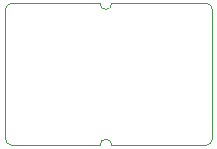
<source format=gm1>
G04 #@! TF.GenerationSoftware,KiCad,Pcbnew,8.0.6*
G04 #@! TF.CreationDate,2025-01-19T21:00:29+01:00*
G04 #@! TF.ProjectId,minsync_connect,6d696e73-796e-4635-9f63-6f6e6e656374,rev?*
G04 #@! TF.SameCoordinates,Original*
G04 #@! TF.FileFunction,Profile,NP*
%FSLAX46Y46*%
G04 Gerber Fmt 4.6, Leading zero omitted, Abs format (unit mm)*
G04 Created by KiCad (PCBNEW 8.0.6) date 2025-01-19 21:00:29*
%MOMM*%
%LPD*%
G01*
G04 APERTURE LIST*
G04 #@! TA.AperFunction,Profile*
%ADD10C,0.050000*%
G04 #@! TD*
G04 APERTURE END LIST*
D10*
X146500000Y-45500000D02*
X146500000Y-34500000D01*
X163500000Y-34000000D02*
G75*
G02*
X164000000Y-34500000I0J-500000D01*
G01*
X155500000Y-46000000D02*
X163500000Y-46000000D01*
X154500000Y-46000000D02*
G75*
G02*
X155500000Y-46000000I500000J0D01*
G01*
X147000000Y-46000000D02*
G75*
G02*
X146500000Y-45500000I0J500000D01*
G01*
X164000000Y-45500000D02*
G75*
G02*
X163500000Y-46000000I-500000J0D01*
G01*
X155500000Y-34000000D02*
G75*
G02*
X154500000Y-34000000I-500000J0D01*
G01*
X163500000Y-34000000D02*
X155500000Y-34000000D01*
X146500000Y-34500000D02*
G75*
G02*
X147000000Y-34000000I500000J0D01*
G01*
X164000000Y-34500000D02*
X164000000Y-45500000D01*
X154500000Y-46000000D02*
X147000000Y-46000000D01*
X154500000Y-34000000D02*
X147000000Y-34000000D01*
M02*

</source>
